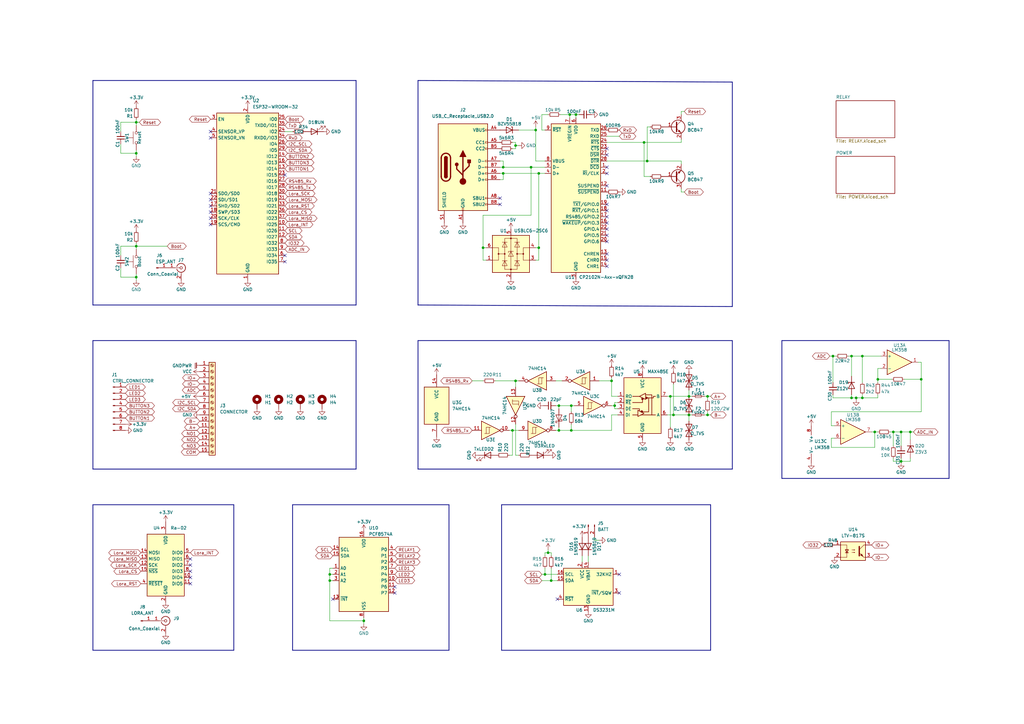
<source format=kicad_sch>
(kicad_sch (version 20211123) (generator eeschema)
  (paper "A3")
  (junction (at 351.155 163.195))
  (junction (at 233.68 46.99))
  (junction (at 210.185 176.53))
  (junction (at 265.43 66.04))
  (junction (at 206.375 68.58))
  (junction (at 274.955 162.56))
  (junction (at 349.25 163.195))
  (junction (at 360.045 155.575))
  (junction (at 234.315 176.53))
  (junction (at 229.235 166.37))
  (junction (at 373.38 177.165))
  (junction (at 236.22 46.99))
  (junction (at 206.375 71.12))
  (junction (at 353.695 146.05))
  (junction (at 353.695 163.195))
  (junction (at 55.88 100.965))
  (junction (at 234.315 166.37))
  (junction (at 290.195 162.56))
  (junction (at 220.98 101.6))
  (junction (at 55.88 50.165))
  (junction (at 135.255 238.125))
  (junction (at 264.16 58.42))
  (junction (at 55.88 113.665))
  (junction (at 219.71 53.34))
  (junction (at 220.98 71.12))
  (junction (at 224.79 226.695))
  (junction (at 211.455 59.69))
  (junction (at 198.12 101.6))
  (junction (at 217.805 68.58))
  (junction (at 250.825 156.21))
  (junction (at 341.63 146.05))
  (junction (at 276.225 170.18))
  (junction (at 135.255 235.585))
  (junction (at 149.225 254.635))
  (junction (at 290.195 170.18))
  (junction (at 366.395 177.165))
  (junction (at 282.575 162.56))
  (junction (at 226.06 238.125))
  (junction (at 282.575 170.18))
  (junction (at 349.25 146.05))
  (junction (at 55.88 62.865))
  (junction (at 377.825 155.575))
  (junction (at 229.235 176.53))
  (junction (at 223.52 235.585))
  (junction (at 358.775 177.165))
  (junction (at 211.455 156.21))
  (junction (at 369.57 177.165))
  (junction (at 252.095 166.37))
  (junction (at 369.57 189.23))
  (no_connect (at 161.925 243.205))
  (no_connect (at 161.925 240.665))
  (no_connect (at 254 243.205))
  (no_connect (at 228.6 245.745))
  (no_connect (at 248.92 99.06))
  (no_connect (at 248.92 109.22))
  (no_connect (at 248.92 106.68))
  (no_connect (at 248.92 104.14))
  (no_connect (at 248.92 96.52))
  (no_connect (at 248.92 93.98))
  (no_connect (at 248.92 91.44))
  (no_connect (at 248.92 88.9))
  (no_connect (at 248.92 86.36))
  (no_connect (at 205.105 81.28))
  (no_connect (at 86.36 56.515))
  (no_connect (at 136.525 245.745))
  (no_connect (at 116.84 107.315))
  (no_connect (at 116.84 71.755))
  (no_connect (at 248.92 68.58))
  (no_connect (at 248.92 71.12))
  (no_connect (at 248.92 83.82))
  (no_connect (at 248.92 76.2))
  (no_connect (at 248.92 60.96))
  (no_connect (at 248.92 63.5))
  (no_connect (at 205.105 83.82))
  (no_connect (at 86.36 53.975))
  (no_connect (at 116.84 104.775))
  (no_connect (at 86.36 79.375))
  (no_connect (at 86.36 81.915))
  (no_connect (at 86.36 84.455))
  (no_connect (at 86.36 86.995))
  (no_connect (at 86.36 89.535))
  (no_connect (at 86.36 92.075))
  (no_connect (at 254 235.585))
  (no_connect (at 78.105 231.775))
  (no_connect (at 78.105 234.315))
  (no_connect (at 78.105 236.855))
  (no_connect (at 78.105 239.395))
  (no_connect (at 78.105 229.235))
  (bus (pts (xy 95.885 207.01) (xy 95.885 266.7)))
  (bus (pts (xy 171.45 33.02) (xy 171.45 125.095)))
  (wire (pts (xy 360.045 155.575) (xy 360.045 151.13)))
  (wire (pts (xy 222.25 53.34) (xy 223.52 53.34)))
  (wire (pts (xy 205.105 68.58) (xy 206.375 68.58)))
  (bus (pts (xy 171.45 139.7) (xy 171.45 192.405)))
  (bus (pts (xy 146.05 125.095) (xy 38.1 125.095)))
  (wire (pts (xy 219.71 53.34) (xy 212.725 53.34)))
  (bus (pts (xy 120.015 207.01) (xy 120.015 266.7)))
  (wire (pts (xy 250.825 156.21) (xy 245.745 156.21)))
  (wire (pts (xy 290.195 163.83) (xy 290.195 162.56)))
  (wire (pts (xy 349.25 146.05) (xy 353.695 146.05)))
  (wire (pts (xy 217.805 68.58) (xy 223.52 68.58)))
  (wire (pts (xy 210.185 176.53) (xy 210.185 186.69)))
  (wire (pts (xy 266.7 52.07) (xy 265.43 52.07)))
  (wire (pts (xy 55.88 100.965) (xy 68.58 100.965)))
  (wire (pts (xy 340.995 168.91) (xy 377.825 168.91)))
  (wire (pts (xy 222.25 235.585) (xy 223.52 235.585)))
  (wire (pts (xy 55.88 50.165) (xy 49.53 50.165)))
  (wire (pts (xy 342.265 174.625) (xy 340.995 174.625)))
  (wire (pts (xy 340.36 146.05) (xy 341.63 146.05)))
  (wire (pts (xy 366.395 187.96) (xy 366.395 189.23)))
  (wire (pts (xy 234.315 173.99) (xy 234.315 176.53)))
  (wire (pts (xy 365.76 155.575) (xy 360.045 155.575)))
  (wire (pts (xy 211.455 60.96) (xy 210.185 60.96)))
  (wire (pts (xy 290.195 162.56) (xy 291.465 162.56)))
  (wire (pts (xy 211.455 158.75) (xy 211.455 156.21)))
  (wire (pts (xy 217.805 88.265) (xy 217.805 68.58)))
  (wire (pts (xy 220.98 101.6) (xy 220.98 106.68)))
  (wire (pts (xy 223.52 226.695) (xy 223.52 227.965)))
  (wire (pts (xy 273.685 162.56) (xy 274.955 162.56)))
  (wire (pts (xy 229.87 46.99) (xy 233.68 46.99)))
  (wire (pts (xy 243.84 220.345) (xy 243.84 221.615)))
  (wire (pts (xy 248.92 58.42) (xy 264.16 58.42)))
  (wire (pts (xy 229.235 176.53) (xy 234.315 176.53)))
  (wire (pts (xy 116.84 53.975) (xy 120.015 53.975)))
  (wire (pts (xy 353.695 146.05) (xy 361.315 146.05)))
  (wire (pts (xy 203.2 156.21) (xy 211.455 156.21)))
  (wire (pts (xy 227.965 156.21) (xy 230.505 156.21)))
  (wire (pts (xy 206.375 73.66) (xy 206.375 71.12)))
  (wire (pts (xy 349.25 154.305) (xy 349.25 146.05)))
  (bus (pts (xy 320.675 139.7) (xy 389.255 139.7)))
  (wire (pts (xy 340.995 179.705) (xy 340.995 183.515)))
  (wire (pts (xy 250.825 166.37) (xy 252.095 166.37)))
  (wire (pts (xy 282.575 162.56) (xy 274.955 162.56)))
  (wire (pts (xy 351.155 163.195) (xy 353.695 163.195)))
  (wire (pts (xy 226.06 227.965) (xy 226.06 226.695)))
  (wire (pts (xy 279.4 66.04) (xy 279.4 67.31)))
  (wire (pts (xy 349.25 163.195) (xy 351.155 163.195)))
  (wire (pts (xy 206.375 71.12) (xy 220.98 71.12)))
  (wire (pts (xy 222.25 238.125) (xy 226.06 238.125)))
  (bus (pts (xy 184.15 266.7) (xy 184.15 207.01)))
  (wire (pts (xy 224.79 46.99) (xy 222.25 46.99)))
  (wire (pts (xy 373.38 189.23) (xy 369.57 189.23)))
  (bus (pts (xy 38.1 33.02) (xy 38.1 125.095)))
  (wire (pts (xy 223.52 235.585) (xy 228.6 235.585)))
  (wire (pts (xy 238.76 227.965) (xy 238.76 230.505)))
  (wire (pts (xy 222.25 46.99) (xy 222.25 53.34)))
  (wire (pts (xy 211.455 59.69) (xy 212.725 59.69)))
  (bus (pts (xy 38.1 139.7) (xy 38.1 192.405)))
  (wire (pts (xy 253.365 162.56) (xy 250.825 162.56)))
  (wire (pts (xy 226.06 238.125) (xy 228.6 238.125)))
  (wire (pts (xy 290.195 170.18) (xy 291.465 170.18)))
  (wire (pts (xy 226.06 233.045) (xy 226.06 238.125)))
  (wire (pts (xy 276.225 170.18) (xy 276.225 157.48)))
  (wire (pts (xy 340.995 174.625) (xy 340.995 168.91)))
  (wire (pts (xy 373.38 177.165) (xy 369.57 177.165)))
  (wire (pts (xy 206.375 66.04) (xy 206.375 68.58)))
  (wire (pts (xy 149.225 254.635) (xy 149.225 255.905)))
  (wire (pts (xy 341.63 156.845) (xy 341.63 146.05)))
  (wire (pts (xy 206.375 68.58) (xy 217.805 68.58)))
  (wire (pts (xy 243.84 221.615) (xy 245.745 221.615)))
  (wire (pts (xy 377.825 148.59) (xy 376.555 148.59)))
  (wire (pts (xy 55.88 114.935) (xy 55.88 113.665)))
  (wire (pts (xy 219.71 52.07) (xy 219.71 53.34)))
  (bus (pts (xy 120.015 266.7) (xy 184.15 266.7)))
  (bus (pts (xy 120.015 207.01) (xy 184.15 207.01)))
  (wire (pts (xy 219.71 66.04) (xy 219.71 53.34)))
  (wire (pts (xy 369.57 177.165) (xy 366.395 177.165)))
  (wire (pts (xy 290.195 170.18) (xy 288.925 170.18)))
  (wire (pts (xy 236.22 46.99) (xy 237.49 46.99)))
  (wire (pts (xy 274.955 162.56) (xy 274.955 175.26)))
  (wire (pts (xy 360.045 163.195) (xy 360.045 161.925)))
  (wire (pts (xy 340.995 183.515) (xy 358.775 183.515)))
  (wire (pts (xy 229.235 175.26) (xy 229.235 176.53)))
  (wire (pts (xy 377.825 168.91) (xy 377.825 155.575)))
  (wire (pts (xy 264.16 72.39) (xy 264.16 58.42)))
  (wire (pts (xy 211.455 59.69) (xy 211.455 60.96)))
  (wire (pts (xy 205.105 73.66) (xy 206.375 73.66)))
  (wire (pts (xy 234.315 176.53) (xy 250.825 176.53)))
  (wire (pts (xy 55.88 100.965) (xy 49.53 100.965)))
  (wire (pts (xy 224.79 225.425) (xy 224.79 226.695)))
  (wire (pts (xy 226.06 226.695) (xy 224.79 226.695)))
  (wire (pts (xy 265.43 66.04) (xy 279.4 66.04)))
  (bus (pts (xy 95.885 266.7) (xy 38.1 266.7)))
  (wire (pts (xy 229.235 166.37) (xy 234.315 166.37)))
  (wire (pts (xy 233.68 46.99) (xy 236.22 46.99)))
  (bus (pts (xy 205.74 207.01) (xy 291.465 207.01)))
  (wire (pts (xy 360.045 151.13) (xy 361.315 151.13)))
  (wire (pts (xy 49.53 113.665) (xy 55.88 113.665)))
  (wire (pts (xy 264.16 58.42) (xy 279.4 58.42)))
  (wire (pts (xy 223.52 233.045) (xy 223.52 235.585)))
  (wire (pts (xy 369.57 187.96) (xy 369.57 189.23)))
  (wire (pts (xy 265.43 52.07) (xy 265.43 66.04)))
  (wire (pts (xy 250.825 154.94) (xy 250.825 156.21)))
  (wire (pts (xy 369.57 189.23) (xy 366.395 189.23)))
  (bus (pts (xy 146.05 192.405) (xy 38.1 192.405)))
  (wire (pts (xy 279.4 45.72) (xy 279.4 46.99)))
  (wire (pts (xy 205.105 66.04) (xy 206.375 66.04)))
  (wire (pts (xy 360.045 155.575) (xy 360.045 156.845)))
  (wire (pts (xy 135.255 233.045) (xy 135.255 235.585)))
  (wire (pts (xy 347.98 146.05) (xy 349.25 146.05)))
  (bus (pts (xy 320.675 139.7) (xy 320.675 196.215)))
  (wire (pts (xy 211.455 173.99) (xy 211.455 186.69)))
  (wire (pts (xy 234.315 168.91) (xy 234.315 166.37)))
  (wire (pts (xy 369.57 182.88) (xy 369.57 177.165)))
  (wire (pts (xy 198.12 101.6) (xy 198.12 88.265)))
  (bus (pts (xy 389.255 196.215) (xy 320.675 196.215)))
  (wire (pts (xy 135.255 235.585) (xy 136.525 235.585)))
  (wire (pts (xy 341.63 146.05) (xy 342.9 146.05)))
  (bus (pts (xy 389.255 139.7) (xy 389.255 196.215)))
  (wire (pts (xy 358.775 177.165) (xy 360.045 177.165)))
  (wire (pts (xy 279.4 58.42) (xy 279.4 57.15)))
  (wire (pts (xy 55.88 51.435) (xy 55.88 50.165)))
  (wire (pts (xy 198.12 88.265) (xy 217.805 88.265)))
  (bus (pts (xy 146.05 139.7) (xy 146.05 192.405)))
  (wire (pts (xy 55.88 50.165) (xy 57.15 50.165)))
  (wire (pts (xy 198.12 101.6) (xy 199.39 101.6)))
  (wire (pts (xy 342.265 179.705) (xy 340.995 179.705)))
  (wire (pts (xy 199.39 106.68) (xy 198.12 106.68)))
  (wire (pts (xy 149.225 254.635) (xy 149.225 253.365)))
  (wire (pts (xy 351.155 163.195) (xy 351.155 163.83)))
  (wire (pts (xy 136.525 233.045) (xy 135.255 233.045)))
  (wire (pts (xy 250.825 176.53) (xy 250.825 170.18)))
  (wire (pts (xy 49.53 59.055) (xy 49.53 62.865)))
  (wire (pts (xy 193.675 156.21) (xy 198.12 156.21)))
  (wire (pts (xy 208.915 176.53) (xy 210.185 176.53)))
  (bus (pts (xy 300.355 125.73) (xy 171.45 125.095)))
  (wire (pts (xy 252.095 165.1) (xy 252.095 166.37)))
  (wire (pts (xy 252.095 167.64) (xy 253.365 167.64)))
  (wire (pts (xy 55.88 62.865) (xy 55.88 61.595)))
  (bus (pts (xy 300.355 33.655) (xy 300.355 125.73)))
  (wire (pts (xy 279.4 78.74) (xy 279.4 77.47)))
  (wire (pts (xy 373.38 180.34) (xy 373.38 177.165)))
  (wire (pts (xy 234.315 166.37) (xy 235.585 166.37)))
  (wire (pts (xy 366.395 182.88) (xy 366.395 177.165)))
  (bus (pts (xy 146.05 33.02) (xy 146.05 125.095)))
  (wire (pts (xy 248.92 66.04) (xy 265.43 66.04)))
  (wire (pts (xy 227.965 166.37) (xy 229.235 166.37)))
  (wire (pts (xy 219.71 106.68) (xy 220.98 106.68)))
  (wire (pts (xy 210.185 176.53) (xy 212.725 176.53)))
  (bus (pts (xy 205.74 266.7) (xy 291.465 266.7)))
  (wire (pts (xy 369.57 189.23) (xy 369.57 189.865)))
  (wire (pts (xy 253.365 165.1) (xy 252.095 165.1)))
  (wire (pts (xy 49.53 109.855) (xy 49.53 113.665)))
  (wire (pts (xy 273.685 170.18) (xy 276.225 170.18)))
  (bus (pts (xy 300.355 192.405) (xy 171.45 192.405)))
  (wire (pts (xy 373.38 187.96) (xy 373.38 189.23)))
  (bus (pts (xy 205.74 207.01) (xy 205.74 266.7)))
  (wire (pts (xy 55.88 64.135) (xy 55.88 62.865)))
  (bus (pts (xy 38.1 207.01) (xy 38.1 266.7)))
  (wire (pts (xy 135.255 238.125) (xy 135.255 254.635)))
  (wire (pts (xy 220.98 71.12) (xy 223.52 71.12)))
  (wire (pts (xy 250.825 162.56) (xy 250.825 156.21)))
  (wire (pts (xy 241.3 227.965) (xy 241.3 230.505)))
  (wire (pts (xy 210.185 186.69) (xy 208.915 186.69)))
  (wire (pts (xy 349.25 161.925) (xy 349.25 163.195)))
  (wire (pts (xy 205.105 71.12) (xy 206.375 71.12)))
  (wire (pts (xy 55.88 113.665) (xy 55.88 112.395)))
  (bus (pts (xy 38.1 139.7) (xy 146.05 139.7)))
  (wire (pts (xy 55.88 48.895) (xy 55.88 50.165)))
  (wire (pts (xy 211.455 58.42) (xy 211.455 59.69)))
  (wire (pts (xy 353.695 163.195) (xy 360.045 163.195)))
  (wire (pts (xy 282.575 170.18) (xy 282.575 172.72)))
  (bus (pts (xy 291.465 266.7) (xy 291.465 207.01)))
  (wire (pts (xy 358.775 177.165) (xy 357.505 177.165)))
  (wire (pts (xy 377.825 155.575) (xy 377.825 148.59)))
  (wire (pts (xy 280.67 45.72) (xy 279.4 45.72)))
  (wire (pts (xy 253.365 170.18) (xy 250.825 170.18)))
  (wire (pts (xy 135.255 254.635) (xy 149.225 254.635)))
  (bus (pts (xy 171.45 33.02) (xy 300.355 33.655)))
  (bus (pts (xy 171.45 139.7) (xy 300.355 139.7)))
  (bus (pts (xy 300.355 139.7) (xy 300.355 192.405)))
  (wire (pts (xy 220.98 71.12) (xy 220.98 101.6)))
  (wire (pts (xy 49.53 53.975) (xy 49.53 50.165)))
  (wire (pts (xy 135.255 238.125) (xy 136.525 238.125)))
  (wire (pts (xy 49.53 62.865) (xy 55.88 62.865)))
  (wire (pts (xy 373.38 177.165) (xy 374.65 177.165)))
  (wire (pts (xy 358.775 183.515) (xy 358.775 177.165)))
  (wire (pts (xy 370.84 155.575) (xy 377.825 155.575)))
  (wire (pts (xy 55.88 102.235) (xy 55.88 100.965)))
  (wire (pts (xy 248.92 55.88) (xy 254 55.88)))
  (wire (pts (xy 211.455 156.21) (xy 212.725 156.21)))
  (wire (pts (xy 341.63 161.925) (xy 341.63 163.195)))
  (wire (pts (xy 198.12 106.68) (xy 198.12 101.6)))
  (wire (pts (xy 55.88 99.695) (xy 55.88 100.965)))
  (wire (pts (xy 224.79 226.695) (xy 223.52 226.695)))
  (wire (pts (xy 283.845 170.18) (xy 282.575 170.18)))
  (bus (pts (xy 38.1 33.02) (xy 146.05 33.02)))
  (wire (pts (xy 282.575 170.18) (xy 276.225 170.18)))
  (wire (pts (xy 229.235 167.64) (xy 229.235 166.37)))
  (wire (pts (xy 220.98 101.6) (xy 219.71 101.6)))
  (wire (pts (xy 236.22 46.99) (xy 236.22 48.26)))
  (wire (pts (xy 233.68 48.26) (xy 233.68 46.99)))
  (wire (pts (xy 252.095 166.37) (xy 252.095 167.64)))
  (wire (pts (xy 290.195 168.91) (xy 290.195 170.18)))
  (wire (pts (xy 266.7 72.39) (xy 264.16 72.39)))
  (bus (pts (xy 38.1 207.01) (xy 95.885 207.01)))
  (wire (pts (xy 290.195 162.56) (xy 288.925 162.56)))
  (wire (pts (xy 353.695 156.845) (xy 353.695 146.05)))
  (wire (pts (xy 282.575 160.02) (xy 282.575 162.56)))
  (wire (pts (xy 135.255 235.585) (xy 135.255 238.125)))
  (wire (pts (xy 49.53 104.775) (xy 49.53 100.965)))
  (wire (pts (xy 280.67 78.74) (xy 279.4 78.74)))
  (wire (pts (xy 211.455 186.69) (xy 212.725 186.69)))
  (wire (pts (xy 366.395 177.165) (xy 365.125 177.165)))
  (wire (pts (xy 283.845 162.56) (xy 282.575 162.56)))
  (wire (pts (xy 353.695 161.925) (xy 353.695 163.195)))
  (wire (pts (xy 210.185 58.42) (xy 211.455 58.42)))
  (wire (pts (xy 223.52 66.04) (xy 219.71 66.04)))
  (wire (pts (xy 227.965 176.53) (xy 229.235 176.53)))
  (wire (pts (xy 341.63 163.195) (xy 349.25 163.195)))
  (global_label "BUTTON1" (shape bidirectional) (at 116.84 69.215 0) (property "Intersheet References" "${INTERSHEET_REFS}" (effects hide)))
  (global_label "NO1" (shape bidirectional) (at 81.915 177.8 180) (property "Intersheet References" "${INTERSHEET_REFS}" (effects hide)))
  (global_label "IO+" (shape bidirectional) (at 81.915 154.94 180) (property "Intersheet References" "${INTERSHEET_REFS}" (effects hide)))
  (global_label "IO32" (shape bidirectional) (at 337.185 223.52 180) (property "Intersheet References" "${INTERSHEET_REFS}" (effects hide)))
  (global_label "BUTTON2" (shape bidirectional) (at 51.435 168.91 0) (property "Intersheet References" "${INTERSHEET_REFS}" (effects hide)))
  (global_label "RELAY2" (shape bidirectional) (at 161.925 227.965 0) (property "Intersheet References" "${INTERSHEET_REFS}" (effects hide)))
  (global_label "LED3" (shape bidirectional) (at 161.925 238.125 0) (property "Intersheet References" "${INTERSHEET_REFS}" (effects hide)))
  (global_label "RS485_Rx" (shape bidirectional) (at 193.675 156.21 180) (property "Intersheet References" "${INTERSHEET_REFS}" (effects hide)))
  (global_label "SDA" (shape bidirectional) (at 136.525 227.965 180) (property "Intersheet References" "${INTERSHEET_REFS}" (effects hide)))
  (global_label "Lora_MISO" (shape bidirectional) (at 116.84 89.535 0) (property "Intersheet References" "${INTERSHEET_REFS}" (effects hide)))
  (global_label "Lora_CS" (shape bidirectional) (at 116.84 86.995 0) (property "Intersheet References" "${INTERSHEET_REFS}" (effects hide)))
  (global_label "I2C_SCL" (shape bidirectional) (at 116.84 59.055 0) (property "Intersheet References" "${INTERSHEET_REFS}" (effects hide)))
  (global_label "IO-" (shape bidirectional) (at 81.915 157.48 180) (property "Intersheet References" "${INTERSHEET_REFS}" (effects hide)))
  (global_label "Lora_SCK" (shape bidirectional) (at 116.84 79.375 0) (property "Intersheet References" "${INTERSHEET_REFS}" (effects hide)))
  (global_label "BUTTON2" (shape bidirectional) (at 116.84 64.135 0) (property "Intersheet References" "${INTERSHEET_REFS}" (effects hide)))
  (global_label "RS485_Tx" (shape bidirectional) (at 193.675 176.53 180) (property "Intersheet References" "${INTERSHEET_REFS}" (effects hide)))
  (global_label "SCL" (shape bidirectional) (at 116.84 94.615 0) (property "Intersheet References" "${INTERSHEET_REFS}" (effects hide)))
  (global_label "IO32" (shape bidirectional) (at 116.84 99.695 0) (property "Intersheet References" "${INTERSHEET_REFS}" (effects hide)))
  (global_label "COM" (shape bidirectional) (at 81.915 185.42 180) (property "Intersheet References" "${INTERSHEET_REFS}" (effects hide)))
  (global_label "NO3" (shape bidirectional) (at 81.915 182.88 180) (property "Intersheet References" "${INTERSHEET_REFS}" (effects hide)))
  (global_label "RxD" (shape bidirectional) (at 116.84 56.515 0) (property "Intersheet References" "${INTERSHEET_REFS}" (effects hide)))
  (global_label "NO2" (shape bidirectional) (at 81.915 180.34 180) (property "Intersheet References" "${INTERSHEET_REFS}" (effects hide)))
  (global_label "Boot" (shape bidirectional) (at 280.67 78.74 0) (property "Intersheet References" "${INTERSHEET_REFS}" (effects hide)))
  (global_label "Reset" (shape bidirectional) (at 86.36 48.895 180) (property "Intersheet References" "${INTERSHEET_REFS}" (effects hide)))
  (global_label "IO-" (shape bidirectional) (at 357.505 228.6 0) (property "Intersheet References" "${INTERSHEET_REFS}" (effects hide)))
  (global_label "Lora_MOSI" (shape bidirectional) (at 116.84 81.915 0) (property "Intersheet References" "${INTERSHEET_REFS}" (effects hide)))
  (global_label "Reset" (shape bidirectional) (at 280.67 45.72 0) (property "Intersheet References" "${INTERSHEET_REFS}" (effects hide)))
  (global_label "TxD" (shape bidirectional) (at 254 55.88 0) (property "Intersheet References" "${INTERSHEET_REFS}" (effects hide)))
  (global_label "I2C_SCL" (shape bidirectional) (at 81.915 165.1 180) (property "Intersheet References" "${INTERSHEET_REFS}" (effects hide)))
  (global_label "Lora_SCK" (shape bidirectional) (at 57.785 231.775 180) (property "Intersheet References" "${INTERSHEET_REFS}" (effects hide)))
  (global_label "A+" (shape bidirectional) (at 81.915 175.26 180) (property "Intersheet References" "${INTERSHEET_REFS}" (effects hide)))
  (global_label "Lora_CS" (shape bidirectional) (at 57.785 234.315 180) (property "Intersheet References" "${INTERSHEET_REFS}" (effects hide)))
  (global_label "TxD" (shape bidirectional) (at 116.84 51.435 0) (property "Intersheet References" "${INTERSHEET_REFS}" (effects hide)))
  (global_label "Lora_INT" (shape bidirectional) (at 116.84 92.075 0) (property "Intersheet References" "${INTERSHEET_REFS}" (effects hide)))
  (global_label "ADC_IN" (shape bidirectional) (at 116.84 102.235 0) (property "Intersheet References" "${INTERSHEET_REFS}" (effects hide)))
  (global_label "RS485_Tx" (shape bidirectional) (at 116.84 76.835 0) (property "Intersheet References" "${INTERSHEET_REFS}" (effects hide)))
  (global_label "A+" (shape bidirectional) (at 291.465 162.56 0) (property "Intersheet References" "${INTERSHEET_REFS}" (effects hide)))
  (global_label "RELAY1" (shape bidirectional) (at 161.925 225.425 0) (property "Intersheet References" "${INTERSHEET_REFS}" (effects hide)))
  (global_label "LED3" (shape bidirectional) (at 51.435 163.83 0) (property "Intersheet References" "${INTERSHEET_REFS}" (effects hide)))
  (global_label "RELAY3" (shape bidirectional) (at 161.925 230.505 0) (property "Intersheet References" "${INTERSHEET_REFS}" (effects hide)))
  (global_label "ADC" (shape bidirectional) (at 81.915 160.02 180) (property "Intersheet References" "${INTERSHEET_REFS}" (effects hide)))
  (global_label "ADC" (shape bidirectional) (at 340.36 146.05 180) (property "Intersheet References" "${INTERSHEET_REFS}" (effects hide)))
  (global_label "BUTTON3" (shape bidirectional) (at 51.435 166.37 0) (property "Intersheet References" "${INTERSHEET_REFS}" (effects hide)))
  (global_label "Boot" (shape bidirectional) (at 116.84 48.895 0) (property "Intersheet References" "${INTERSHEET_REFS}" (effects hide)))
  (global_label "SDA" (shape bidirectional) (at 222.25 238.125 180) (property "Intersheet References" "${INTERSHEET_REFS}" (effects hide)))
  (global_label "LED2" (shape bidirectional) (at 51.435 161.29 0) (property "Intersheet References" "${INTERSHEET_REFS}" (effects hide)))
  (global_label "LED1" (shape bidirectional) (at 161.925 233.045 0) (property "Intersheet References" "${INTERSHEET_REFS}" (effects hide)))
  (global_label "Reset" (shape bidirectional) (at 57.15 50.165 0) (property "Intersheet References" "${INTERSHEET_REFS}" (effects hide)))
  (global_label "I2C_SDA" (shape bidirectional) (at 81.915 167.64 180) (property "Intersheet References" "${INTERSHEET_REFS}" (effects hide)))
  (global_label "B-" (shape bidirectional) (at 291.465 170.18 0) (property "Intersheet References" "${INTERSHEET_REFS}" (effects hide)))
  (global_label "IO+" (shape bidirectional) (at 357.505 223.52 0) (property "Intersheet References" "${INTERSHEET_REFS}" (effects hide)))
  (global_label "Lora_MISO" (shape bidirectional) (at 57.785 229.235 180) (property "Intersheet References" "${INTERSHEET_REFS}" (effects hide)))
  (global_label "Lora_MOSI" (shape bidirectional) (at 57.785 226.695 180) (property "Intersheet References" "${INTERSHEET_REFS}" (effects hide)))
  (global_label "Lora_INT" (shape bidirectional) (at 78.105 226.695 0) (property "Intersheet References" "${INTERSHEET_REFS}" (effects hide)))
  (global_label "SDA" (shape bidirectional) (at 116.84 97.155 0) (property "Intersheet References" "${INTERSHEET_REFS}" (effects hide)))
  (global_label "LED1" (shape bidirectional) (at 51.435 158.75 0) (property "Intersheet References" "${INTERSHEET_REFS}" (effects hide)))
  (global_label "RxD" (shape bidirectional) (at 254 53.34 0) (property "Intersheet References" "${INTERSHEET_REFS}" (effects hide)))
  (global_label "BUTTON1" (shape bidirectional) (at 51.435 171.45 0) (property "Intersheet References" "${INTERSHEET_REFS}" (effects hide)))
  (global_label "ADC_IN" (shape bidirectional) (at 374.65 177.165 0) (property "Intersheet References" "${INTERSHEET_REFS}" (effects hide)))
  (global_label "SCL" (shape bidirectional) (at 136.525 225.425 180) (property "Intersheet References" "${INTERSHEET_REFS}" (effects hide)))
  (global_label "LED2" (shape bidirectional) (at 161.925 235.585 0) (property "Intersheet References" "${INTERSHEET_REFS}" (effects hide)))
  (global_label "SCL" (shape bidirectional) (at 222.25 235.585 180) (property "Intersheet References" "${INTERSHEET_REFS}" (effects hide)))
  (global_label "I2C_SDA" (shape bidirectional) (at 116.84 61.595 0) (property "Intersheet References" "${INTERSHEET_REFS}" (effects hide)))
  (global_label "B-" (shape bidirectional) (at 81.915 172.72 180) (property "Intersheet References" "${INTERSHEET_REFS}" (effects hide)))
  (global_label "Lora_RST" (shape bidirectional) (at 57.785 239.395 180) (property "Intersheet References" "${INTERSHEET_REFS}" (effects hide)))
  (global_label "Lora_RST" (shape bidirectional) (at 116.84 84.455 0) (property "Intersheet References" "${INTERSHEET_REFS}" (effects hide)))
  (global_label "BUTTON3" (shape bidirectional) (at 116.84 66.675 0) (property "Intersheet References" "${INTERSHEET_REFS}" (effects hide)))
  (global_label "RS485_Rx" (shape bidirectional) (at 116.84 74.295 0) (property "Intersheet References" "${INTERSHEET_REFS}" (effects hide)))
  (global_label "Boot" (shape bidirectional) (at 68.58 100.965 0) (property "Intersheet References" "${INTERSHEET_REFS}" (effects hide)))
  (symbol (lib_id "power:GND") (at 242.57 46.99 90) (unit 1)
    (property "Reference" "#PWR08" (effects hide))
    (property "Value" "GND" (at 247.65 46.99 90))
  )
  (symbol (lib_id "power:GND") (at 236.22 114.3 0) (unit 1)
    (property "Reference" "#PWR07" (effects hide))
    (property "Value" "GND" (at 236.22 118.11 0))
  )
  (symbol (lib_id "Device:C_Small") (at 225.425 166.37 90) (unit 1)
    (property "Reference" "C20" (at 224.155 163.83 90) (effects (justify left)))
    (property "Value" "22pF" (at 230.505 163.83 90) (effects (justify left)))
    (property "Footprint" "Capacitor_SMD:C_0603_1608Metric" (effects hide))
  )
  (symbol (lib_id "power:GND") (at 149.225 255.905 0) (unit 1)
    (property "Reference" "#PWR0180" (effects hide))
    (property "Value" "GND" (at 149.225 259.715 0))
  )
  (symbol (lib_id "Device:C_Small") (at 341.63 159.385 180) (unit 1)
    (property "Reference" "C30" (at 340.36 160.655 90) (effects (justify left)))
    (property "Value" "100nF" (at 340.36 151.765 90) (effects (justify left)))
    (property "Footprint" "Capacitor_SMD:C_0603_1608Metric" (effects hide))
  )
  (symbol (lib_id "Amplifier_Operational:LM358") (at 335.28 182.245 0) (unit 3)
    (property "Reference" "U13" (at 334.01 180.9749 0) (effects (justify left)))
    (property "Value" "LM358" (at 334.01 183.5149 0) (effects (justify left)))
    (property "Footprint" "Package_SO:SOIC-8_3.9x4.9mm_P1.27mm" (effects hide))
    (property "Datasheet" "http://www.ti.com/lit/ds/symlink/lm2904-n.pdf" (effects hide))
  )
  (symbol (lib_id "power:GND") (at 254 78.74 90) (unit 1)
    (property "Reference" "#PWR09" (effects hide))
    (property "Value" "GND" (at 259.08 78.74 90))
  )
  (symbol (lib_id "Transistor_BJT:BC847") (at 276.86 72.39 0) (mirror x) (unit 1)
    (property "Reference" "Q5" (at 281.94 71.1199 0) (effects (justify left)))
    (property "Value" "BC847" (at 281.94 73.6599 0) (effects (justify left)))
    (property "Footprint" "Package_TO_SOT_SMD:SOT-23" (effects hide))
    (property "Datasheet" "http://www.infineon.com/dgdl/Infineon-BC847SERIES_BC848SERIES_BC849SERIES_BC850SERIES-DS-v01_01-en.pdf?fileId=db3a304314dca389011541d4630a1657" (effects hide))
  )
  (symbol (lib_id "power:GND") (at 212.725 59.69 90) (unit 1)
    (property "Reference" "#PWR05" (effects hide))
    (property "Value" "GND" (at 217.805 59.69 90))
  )
  (symbol (lib_id "Isolator:LTV-817S") (at 349.885 226.06 0) (unit 1)
    (property "Reference" "U14" (at 349.885 217.17 0))
    (property "Value" "LTV-817S" (at 349.885 219.71 0))
    (property "Footprint" "Package_DIP:SMDIP-4_W9.53mm" (effects hide))
    (property "Datasheet" "http://www.us.liteon.com/downloads/LTV-817-827-847.PDF" (effects hide))
  )
  (symbol (lib_id "Device:R_Small") (at 223.52 230.505 0) (mirror y) (unit 1)
    (property "Reference" "R15" (at 222.25 229.235 0) (effects (justify left)))
    (property "Value" "4k7" (at 222.25 231.775 0) (effects (justify left)))
    (property "Footprint" "Resistor_SMD:R_0603_1608Metric" (effects hide))
  )
  (symbol (lib_id "power:+5V") (at 250.825 149.86 0) (unit 1)
    (property "Reference" "#PWR0138" (effects hide))
    (property "Value" "+5V" (at 250.825 146.05 0))
  )
  (symbol (lib_id "Switch:SW_Push") (at 55.88 56.515 90) (unit 1)
    (property "Reference" "SW1" (at 52.07 56.515 0))
    (property "Value" "Reset" (at 57.15 56.515 0))
    (property "Footprint" "Button_Switch_SMD:SW_SPST_CK_RS282G05A3" (effects hide))
  )
  (symbol (lib_id "Device:R_Small") (at 274.955 177.8 0) (unit 1)
    (property "Reference" "R17" (at 276.225 176.53 0) (effects (justify left)))
    (property "Value" "4k7" (at 276.225 179.07 0) (effects (justify left)))
    (property "Footprint" "Resistor_SMD:R_0603_1608Metric" (effects hide))
  )
  (symbol (lib_id "Interface_USB:CP2102N-Axx-xQFN28") (at 236.22 81.28 0) (unit 1)
    (property "Reference" "U11" (at 231.775 113.665 0) (effects (justify left)))
    (property "Value" "CP2102N-Axx-xQFN28" (at 237.49 113.665 0) (effects (justify left)))
    (property "Footprint" "Package_DFN_QFN:QFN-28-1EP_5x5mm_P0.5mm_EP3.35x3.35mm" (effects hide))
    (property "Datasheet" "https://www.silabs.com/documents/public/data-sheets/cp2102n-datasheet.pdf" (effects hide))
  )
  (symbol (lib_id "power:GND") (at 222.885 166.37 270) (unit 1)
    (property "Reference" "#PWR0141" (effects hide))
    (property "Value" "GND" (at 217.805 166.37 90))
  )
  (symbol (lib_id "power:GND") (at 245.745 221.615 90) (unit 1)
    (property "Reference" "#PWR0135" (effects hide))
    (property "Value" "GND" (at 250.825 221.615 90))
  )
  (symbol (lib_id "power:+3.3V") (at 67.945 213.995 0) (unit 1)
    (property "Reference" "#PWR0139" (effects hide))
    (property "Value" "+3.3V" (at 67.945 210.185 0))
  )
  (symbol (lib_id "Device:LED") (at 221.615 186.69 180) (unit 1)
    (property "Reference" "D3" (at 219.075 182.88 0) (effects (justify right)))
    (property "Value" "RxLED" (at 221.615 182.88 0) (effects (justify right)))
    (property "Footprint" "LED_SMD:LED_0603_1608Metric" (effects hide))
  )
  (symbol (lib_id "Device:Fuse_Small") (at 286.385 162.56 0) (unit 1)
    (property "Reference" "F1" (at 286.385 160.02 0))
    (property "Value" "Fuse1" (at 286.385 161.29 0))
    (property "Footprint" "Fuse:Fuse_2512_6332Metric" (effects hide))
  )
  (symbol (lib_id "74xx:74HC14") (at 238.125 156.21 180) (unit 1)
    (property "Reference" "U3" (at 238.125 152.4 0))
    (property "Value" "74HC14" (at 238.125 161.29 0))
    (property "Footprint" "Package_SO:SOIC-14_3.9x8.7mm_P1.27mm" (effects hide))
    (property "Datasheet" "http://www.ti.com/lit/gpn/sn74HC14" (effects hide))
  )
  (symbol (lib_id "power:GND") (at 351.155 163.83 0) (unit 1)
    (property "Reference" "#PWR0115" (effects hide))
    (property "Value" "GND" (at 351.155 167.64 0))
  )
  (symbol (lib_id "power:+5V") (at 332.74 174.625 0) (unit 1)
    (property "Reference" "#PWR0111" (effects hide))
    (property "Value" "+5V" (at 332.74 170.815 0))
  )
  (symbol (lib_id "74xx:74HC14") (at 179.07 166.37 0) (unit 7)
    (property "Reference" "U3" (at 185.42 165.0999 0) (effects (justify left)))
    (property "Value" "74HC14" (at 185.42 167.6399 0) (effects (justify left)))
    (property "Footprint" "Package_SO:SOIC-14_3.9x8.7mm_P1.27mm" (effects hide))
    (property "Datasheet" "http://www.ti.com/lit/gpn/sn74HC14" (effects hide))
  )
  (symbol (lib_id "Device:LED") (at 128.905 53.975 180) (unit 1)
    (property "Reference" "D15" (at 126.365 50.165 0) (effects (justify right)))
    (property "Value" "RUN" (at 128.905 50.165 0) (effects (justify right)))
    (property "Footprint" "LED_SMD:LED_0603_1608Metric" (effects hide))
  )
  (symbol (lib_id "power:+5V") (at 209.55 93.98 0) (unit 1)
    (property "Reference" "#PWR03" (effects hide))
    (property "Value" "+5V" (at 209.55 90.17 0))
  )
  (symbol (lib_id "Device:R_Small") (at 207.645 58.42 90) (unit 1)
    (property "Reference" "R3" (at 210.82 56.515 90) (effects (justify left)))
    (property "Value" "5k6" (at 208.28 56.515 90) (effects (justify left)))
    (property "Footprint" "Resistor_SMD:R_0603_1608Metric" (effects hide))
  )
  (symbol (lib_id "power:GNDPWR") (at 81.915 149.86 270) (mirror x) (unit 1)
    (property "Reference" "#PWR0102" (effects hide))
    (property "Value" "GNDPWR" (at 78.74 149.9871 90) (effects (justify right)))
  )
  (symbol (lib_id "power:+5V") (at 219.71 52.07 0) (unit 1)
    (property "Reference" "#PWR06" (effects hide))
    (property "Value" "+5V" (at 219.71 48.26 0))
  )
  (symbol (lib_id "power:GND") (at 67.945 259.715 0) (unit 1)
    (property "Reference" "#PWR0174" (effects hide))
    (property "Value" "GND" (at 67.945 263.525 0))
  )
  (symbol (lib_id "Device:R_Small") (at 122.555 53.975 90) (unit 1)
    (property "Reference" "R34" (at 126.365 52.07 90) (effects (justify left)))
    (property "Value" "100" (at 124.46 53.975 90) (effects (justify left)))
    (property "Footprint" "Resistor_SMD:R_0603_1608Metric" (effects hide))
  )
  (symbol (lib_id "Device:R_Small") (at 362.585 177.165 90) (mirror x) (unit 1)
    (property "Reference" "R45" (at 365.76 179.07 90) (effects (justify left)))
    (property "Value" "100" (at 363.22 179.07 90) (effects (justify left)))
    (property "Footprint" "Resistor_SMD:R_0603_1608Metric" (effects hide))
  )
  (symbol (lib_id "Device:C_Small") (at 49.53 56.515 180) (unit 1)
    (property "Reference" "C1" (at 48.26 57.785 90) (effects (justify left)))
    (property "Value" "100nF" (at 48.26 48.895 90) (effects (justify left)))
    (property "Footprint" "Capacitor_SMD:C_0603_1608Metric" (effects hide))
  )
  (symbol (lib_id "Device:R_Small") (at 215.265 186.69 270) (unit 1)
    (property "Reference" "R12" (at 216.535 182.88 0) (effects (justify left)))
    (property "Value" "220" (at 213.995 181.61 0) (effects (justify left)))
    (property "Footprint" "Resistor_SMD:R_0603_1608Metric" (effects hide))
  )
  (symbol (lib_id "Device:D_TVS") (at 282.575 156.21 270) (mirror x) (unit 1)
    (property "Reference" "D5" (at 286.385 154.94 90) (effects (justify right)))
    (property "Value" "D_TVS" (at 288.925 157.48 90) (effects (justify right)))
    (property "Footprint" "Diode_SMD:D_SMA" (effects hide))
  )
  (symbol (lib_id "power:GND") (at 369.57 189.865 0) (unit 1)
    (property "Reference" "#PWR0114" (effects hide))
    (property "Value" "GND" (at 369.57 193.675 0))
  )
  (symbol (lib_id "Mechanical:MountingHole_Pad") (at 132.08 165.1 0) (unit 1)
    (property "Reference" "H4" (at 135.255 162.5599 0) (effects (justify left)))
    (property "Value" "H4" (at 135.255 165.0999 0) (effects (justify left)))
    (property "Footprint" "MountingHole:MountingHole_3.2mm_M3_Pad_Via" (effects hide))
  )
  (symbol (lib_id "Mechanical:MountingHole_Pad") (at 105.41 165.1 0) (unit 1)
    (property "Reference" "H1" (at 108.585 162.5599 0) (effects (justify left)))
    (property "Value" "H1" (at 108.585 165.0999 0) (effects (justify left)))
    (property "Footprint" "MountingHole:MountingHole_3.2mm_M3_Pad_Via" (effects hide))
  )
  (symbol (lib_id "Device:R_Small") (at 206.375 186.69 90) (unit 1)
    (property "Reference" "R10" (at 205.105 185.42 0) (effects (justify left)))
    (property "Value" "220" (at 207.645 185.42 0) (effects (justify left)))
    (property "Footprint" "Resistor_SMD:R_0603_1608Metric" (effects hide))
  )
  (symbol (lib_id "Device:R_Small") (at 276.225 154.94 0) (unit 1)
    (property "Reference" "R18" (at 277.495 153.67 0) (effects (justify left)))
    (property "Value" "4k7" (at 277.495 156.21 0) (effects (justify left)))
    (property "Footprint" "Resistor_SMD:R_0603_1608Metric" (effects hide))
  )
  (symbol (lib_id "74xx:74HC14") (at 201.295 176.53 0) (unit 5)
    (property "Reference" "U3" (at 201.295 180.34 0))
    (property "Value" "74HC14" (at 201.295 171.45 0))
    (property "Footprint" "Package_SO:SOIC-14_3.9x8.7mm_P1.27mm" (effects hide))
    (property "Datasheet" "http://www.ti.com/lit/gpn/sn74HC14" (effects hide))
  )
  (symbol (lib_id "Device:D_TVS") (at 282.575 166.37 90) (unit 1)
    (property "Reference" "D6" (at 278.765 165.1 90) (effects (justify right)))
    (property "Value" "D_TVS" (at 276.225 167.64 90) (effects (justify right)))
    (property "Footprint" "Diode_SMD:D_SMA" (effects hide))
  )
  (symbol (lib_id "power:GND") (at 274.955 180.34 0) (unit 1)
    (property "Reference" "#PWR0143" (effects hide))
    (property "Value" "GND" (at 274.955 184.15 0))
  )
  (symbol (lib_id "Diode:1N4148W") (at 241.3 224.155 270) (mirror x) (unit 1)
    (property "Reference" "D17" (at 245.745 224.155 0))
    (property "Value" "1N5819" (at 243.84 224.155 0))
    (property "Footprint" "Diode_SMD:D_SOD-123" (effects hide))
    (property "Datasheet" "https://www.vishay.com/docs/85748/1n4148w.pdf" (effects hide))
  )
  (symbol (lib_id "power:+5V") (at 179.07 153.67 0) (unit 1)
    (property "Reference" "#PWR0155" (effects hide))
    (property "Value" "+5V" (at 179.07 149.86 0))
  )
  (symbol (lib_id "power:+3.3V") (at 51.435 173.99 270) (unit 1)
    (property "Reference" "#PWR0128" (effects hide))
    (property "Value" "+3.3V" (at 57.15 173.99 90))
  )
  (symbol (lib_id "Device:R_Small") (at 251.46 53.34 90) (unit 1)
    (property "Reference" "R6" (at 254.635 51.435 90) (effects (justify left)))
    (property "Value" "100" (at 252.095 51.435 90) (effects (justify left)))
    (property "Footprint" "Resistor_SMD:R_0603_1608Metric" (effects hide))
  )
  (symbol (lib_id "power:GND") (at 332.74 189.865 0) (unit 1)
    (property "Reference" "#PWR0110" (effects hide))
    (property "Value" "GND" (at 332.74 193.675 0))
  )
  (symbol (lib_id "power:GND") (at 67.945 247.015 0) (unit 1)
    (property "Reference" "#PWR0137" (effects hide))
    (property "Value" "GND" (at 67.945 250.825 0))
  )
  (symbol (lib_id "Interface_UART:MAX485E") (at 263.525 165.1 0) (unit 1)
    (property "Reference" "U5" (at 259.715 152.4 0) (effects (justify left)))
    (property "Value" "MAX485E" (at 265.5444 152.4 0) (effects (justify left)))
    (property "Footprint" "Package_SO:SOIC-8_3.9x4.9mm_P1.27mm" (effects hide))
    (property "Datasheet" "https://datasheets.maximintegrated.com/en/ds/MAX1487E-MAX491E.pdf" (effects hide))
  )
  (symbol (lib_id "Device:C_Small") (at 49.53 107.315 180) (unit 1)
    (property "Reference" "C2" (at 48.26 108.585 90) (effects (justify left)))
    (property "Value" "100nF" (at 48.26 99.695 90) (effects (justify left)))
    (property "Footprint" "Capacitor_SMD:C_0603_1608Metric" (effects hide))
  )
  (symbol (lib_id "power:+3.3V") (at 55.88 94.615 0) (unit 1)
    (property "Reference" "#PWR0126" (effects hide))
    (property "Value" "+3.3V" (at 55.88 90.805 0))
  )
  (symbol (lib_id "power:GND") (at 81.915 170.18 270) (unit 1)
    (property "Reference" "#PWR0151" (effects hide))
    (property "Value" "GND" (at 76.835 170.18 90))
  )
  (symbol (lib_id "power:+3.3V") (at 149.225 217.805 0) (unit 1)
    (property "Reference" "#PWR0179" (effects hide))
    (property "Value" "+3.3V" (at 149.225 213.995 0))
  )
  (symbol (lib_id "Amplifier_Operational:LM358") (at 368.935 148.59 0) (unit 1)
    (property "Reference" "U13" (at 368.935 141.605 0))
    (property "Value" "LM358" (at 368.935 143.51 0))
    (property "Footprint" "Package_SO:SOIC-8_3.9x4.9mm_P1.27mm" (effects hide))
    (property "Datasheet" "http://www.ti.com/lit/ds/symlink/lm2904-n.pdf" (effects hide))
  )
  (symbol (lib_id "power:+3.3V") (at 224.79 225.425 0) (unit 1)
    (property "Reference" "#PWR0133" (effects hide))
    (property "Value" "+3.3V" (at 224.79 221.615 0))
  )
  (symbol (lib_id "Device:R_Small") (at 345.44 146.05 90) (mirror x) (unit 1)
    (property "Reference" "R42" (at 348.615 147.955 90) (effects (justify left)))
    (property "Value" "22k" (at 346.075 147.955 90) (effects (justify left)))
    (property "Footprint" "Resistor_SMD:R_0603_1608Metric" (effects hide))
  )
  (symbol (lib_id "Device:LED") (at 200.025 186.69 0) (unit 1)
    (property "Reference" "D2" (at 202.565 184.15 0) (effects (justify right)))
    (property "Value" "TxLED" (at 200.025 184.15 0) (effects (justify right)))
    (property "Footprint" "LED_SMD:LED_0603_1608Metric" (effects hide))
  )
  (symbol (lib_id "power:GND") (at 114.3 167.64 0) (unit 1)
    (property "Reference" "#PWR0171" (effects hide))
    (property "Value" "GND" (at 114.3 171.45 0))
  )
  (symbol (lib_id "Connector:Conn_Coaxial") (at 67.945 254.635 0) (unit 1)
    (property "Reference" "J9" (at 71.12 253.6581 0) (effects (justify left)))
    (property "Value" "Conn_Coaxial" (at 52.705 257.81 0) (effects (justify left)))
    (property "Footprint" "Connector_Coaxial:SMA_Amphenol_901-143_Horizontal" (effects hide))
    (property "Datasheet" " ~" (effects hide))
  )
  (symbol (lib_id "Transistor_BJT:BC847") (at 276.86 52.07 0) (unit 1)
    (property "Reference" "Q4" (at 281.94 50.7999 0) (effects (justify left)))
    (property "Value" "BC847" (at 281.94 53.3399 0) (effects (justify left)))
    (property "Footprint" "Package_TO_SOT_SMD:SOT-23" (effects hide))
    (property "Datasheet" "http://www.infineon.com/dgdl/Infineon-BC847SERIES_BC848SERIES_BC849SERIES_BC850SERIES-DS-v01_01-en.pdf?fileId=db3a304314dca389011541d4630a1657" (effects hide))
  )
  (symbol (lib_id "power:GND") (at 196.215 186.69 270) (unit 1)
    (property "Reference" "#PWR0154" (effects hide))
    (property "Value" "GND" (at 192.405 186.69 0))
  )
  (symbol (lib_id "power:GND") (at 189.865 91.44 0) (unit 1)
    (property "Reference" "#PWR02" (effects hide))
    (property "Value" "GND" (at 189.865 95.25 0))
  )
  (symbol (lib_id "Device:C_Small") (at 240.03 46.99 270) (mirror x) (unit 1)
    (property "Reference" "C3" (at 241.3 45.72 90) (effects (justify left)))
    (property "Value" "100nF" (at 232.41 45.72 90) (effects (justify left)))
    (property "Footprint" "Capacitor_SMD:C_0603_1608Metric" (effects hide))
  )
  (symbol (lib_id "Device:R_Small") (at 200.66 156.21 270) (unit 1)
    (property "Reference" "R11" (at 201.93 153.67 90) (effects (justify left)))
    (property "Value" "220" (at 198.12 153.67 90) (effects (justify left)))
    (property "Footprint" "Resistor_SMD:R_0603_1608Metric" (effects hide))
  )
  (symbol (lib_id "Connector:Conn_01x01_Male") (at 57.785 254.635 0) (unit 1)
    (property "Reference" "J8" (at 58.42 248.92 0))
    (property "Value" "LORA_ANT" (at 58.42 251.46 0))
    (property "Footprint" "Connector_PinHeader_2.54mm:PinHeader_1x01_P2.54mm_Vertical" (effects hide))
  )
  (symbol (lib_id "power:GND") (at 55.88 114.935 0) (unit 1)
    (property "Reference" "#PWR0113" (effects hide))
    (property "Value" "GND" (at 55.88 118.745 0))
  )
  (symbol (lib_id "Device:R_Small") (at 226.06 230.505 0) (unit 1)
    (property "Reference" "R16" (at 227.33 229.235 0) (effects (justify left)))
    (property "Value" "4k7" (at 227.33 231.775 0) (effects (justify left)))
    (property "Footprint" "Resistor_SMD:R_0603_1608Metric" (effects hide))
  )
  (symbol (lib_id "74xx:74HC14") (at 220.345 156.21 180) (unit 2)
    (property "Reference" "U3" (at 220.345 160.02 0))
    (property "Value" "74HC14" (at 220.345 151.13 0))
    (property "Footprint" "Package_SO:SOIC-14_3.9x8.7mm_P1.27mm" (effects hide))
    (property "Datasheet" "http://www.ti.com/lit/gpn/sn74HC14" (effects hide))
  )
  (symbol (lib_id "power:+3.3V") (at 238.76 220.345 0) (unit 1)
    (property "Reference" "#PWR0136" (effects hide))
    (property "Value" "+3.3V" (at 237.49 215.9 0))
  )
  (symbol (lib_id "Connector:USB_C_Receptacle_USB2.0") (at 189.865 68.58 0) (unit 1)
    (property "Reference" "J2" (at 189.865 45.085 0))
    (property "Value" "USB_C_Receptacle_USB2.0" (at 189.865 47.625 0))
    (property "Footprint" "Connector_USB:USB_C_Receptacle_HRO_TYPE-C-31-M-12" (effects hide))
    (property "Datasheet" "https://www.usb.org/sites/default/files/documents/usb_type-c.zip" (effects hide))
  )
  (symbol (lib_id "power:GND") (at 342.265 228.6 0) (unit 1)
    (property "Reference" "#PWR0116" (effects hide))
    (property "Value" "GND" (at 342.265 232.41 0))
  )
  (symbol (lib_id "power:GND") (at 179.07 179.07 0) (unit 1)
    (property "Reference" "#PWR0156" (effects hide))
    (property "Value" "GND" (at 179.07 182.88 0))
  )
  (symbol (lib_id "Diode:BZV55B12") (at 349.25 158.115 90) (mirror x) (unit 1)
    (property "Reference" "D19" (at 347.98 156.845 90) (effects (justify left)))
    (property "Value" "Z12V" (at 347.98 159.385 90) (effects (justify left)))
    (property "Footprint" "Diode_SMD:D_SOD-123F" (effects hide))
    (property "Datasheet" "https://assets.nexperia.com/documents/data-sheet/BZV55_SER.pdf" (effects hide))
  )
  (symbol (lib_id "74xx:74HC14") (at 220.345 176.53 0) (unit 4)
    (property "Reference" "U3" (at 220.345 172.72 0))
    (property "Value" "74HC14" (at 220.345 181.61 0))
    (property "Footprint" "Package_SO:SOIC-14_3.9x8.7mm_P1.27mm" (effects hide))
    (property "Datasheet" "http://www.ti.com/lit/gpn/sn74HC14" (effects hide))
  )
  (symbol (lib_id "power:GND") (at 282.575 180.34 0) (unit 1)
    (property "Reference" "#PWR0147" (effects hide))
    (property "Value" "GND" (at 282.575 184.15 0))
  )
  (symbol (lib_id "power:GND") (at 225.425 186.69 90) (unit 1)
    (property "Reference" "#PWR0140" (effects hide))
    (property "Value" "GND" (at 229.235 186.69 0))
  )
  (symbol (lib_id "Device:D_TVS") (at 282.575 176.53 270) (mirror x) (unit 1)
    (property "Reference" "D7" (at 286.385 175.26 90) (effects (justify right)))
    (property "Value" "D_TVS" (at 288.925 177.8 90) (effects (justify right)))
    (property "Footprint" "Diode_SMD:D_SMA" (effects hide))
  )
  (symbol (lib_id "Timer_RTC:DS3231M") (at 241.3 240.665 0) (unit 1)
    (property "Reference" "U6" (at 236.22 250.19 0) (effects (justify left)))
    (property "Value" "DS3231M" (at 243.205 250.19 0) (effects (justify left)))
    (property "Footprint" "Package_SO:SOIC-16W_7.5x10.3mm_P1.27mm" (effects hide))
    (property "Datasheet" "http://datasheets.maximintegrated.com/en/ds/DS3231.pdf" (effects hide))
  )
  (symbol (lib_id "power:+3.3V") (at 55.88 43.815 0) (unit 1)
    (property "Reference" "#PWR0122" (effects hide))
    (property "Value" "+3.3V" (at 55.88 40.005 0))
  )
  (symbol (lib_id "power:GND") (at 123.19 167.64 0) (unit 1)
    (property "Reference" "#PWR0170" (effects hide))
    (property "Value" "GND" (at 123.19 171.45 0))
  )
  (symbol (lib_id "power:GND") (at 101.6 114.935 0) (unit 1)
    (property "Reference" "#PWR0112" (effects hide))
    (property "Value" "GND" (at 101.6 118.745 0))
  )
  (symbol (lib_id "Device:R_Small") (at 339.725 223.52 90) (unit 1)
    (property "Reference" "R48" (at 343.535 221.615 90) (effects (justify left)))
    (property "Value" "100" (at 341.63 223.52 90) (effects (justify left)))
    (property "Footprint" "Resistor_SMD:R_0603_1608Metric" (effects hide))
  )
  (symbol (lib_id "Device:R_Small") (at 290.195 166.37 0) (unit 1)
    (property "Reference" "R19" (at 291.465 165.1 0) (effects (justify left)))
    (property "Value" "120/2W" (at 291.465 167.64 0) (effects (justify left)))
    (property "Footprint" "Resistor_SMD:R_0805_2012Metric" (effects hide))
  )
  (symbol (lib_id "Device:R_Small") (at 227.33 46.99 270) (mirror x) (unit 1)
    (property "Reference" "R5" (at 227.33 45.085 90) (effects (justify left)))
    (property "Value" "10k" (at 223.52 45.085 90) (effects (justify left)))
    (property "Footprint" "Resistor_SMD:R_0603_1608Metric" (effects hide))
  )
  (symbol (lib_id "Connector:Conn_Coaxial") (at 74.295 109.855 0) (unit 1)
    (property "Reference" "J7" (at 73.025 106.68 0) (effects (justify left)))
    (property "Value" "Conn_Coaxial" (at 60.325 112.395 0) (effects (justify left)))
    (property "Footprint" "Connector_Coaxial:SMA_Amphenol_901-143_Horizontal" (effects hide))
    (property "Datasheet" " ~" (effects hide))
  )
  (symbol (lib_id "Power_Protection:USBLC6-2SC6") (at 209.55 104.14 0) (unit 1)
    (property "Reference" "U1" (at 205.105 94.615 0) (effects (justify left)))
    (property "Value" "USBLC6-2SC6" (at 210.82 94.615 0) (effects (justify left)))
    (property "Footprint" "Package_TO_SOT_SMD:SOT-23-6" (effects hide))
    (property "Datasheet" "https://www.st.com/resource/en/datasheet/usblc6-2.pdf" (effects hide))
  )
  (symbol (lib_id "Device:R_Small") (at 250.825 152.4 0) (unit 1)
    (property "Reference" "R14" (at 252.095 151.13 0) (effects (justify left)))
    (property "Value" "4k7" (at 252.095 153.67 0) (effects (justify left)))
    (property "Footprint" "Resistor_SMD:R_0603_1608Metric" (effects hide))
  )
  (symbol (lib_id "Diode:1N4148W") (at 238.76 224.155 90) (unit 1)
    (property "Reference" "D16" (at 234.315 224.155 0))
    (property "Value" "1N5819" (at 236.22 224.155 0))
    (property "Footprint" "Diode_SMD:D_SOD-123" (effects hide))
    (property "Datasheet" "https://www.vishay.com/docs/85748/1n4148w.pdf" (effects hide))
  )
  (symbol (lib_id "power:GND") (at 282.575 152.4 180) (unit 1)
    (property "Reference" "#PWR0146" (effects hide))
    (property "Value" "GND" (at 282.575 148.59 0))
  )
  (symbol (lib_id "Mechanical:MountingHole_Pad") (at 114.3 165.1 0) (unit 1)
    (property "Reference" "H2" (at 117.475 162.5599 0) (effects (justify left)))
    (property "Value" "H2" (at 117.475 165.0999 0) (effects (justify left)))
    (property "Footprint" "MountingHole:MountingHole_3.2mm_M3_Pad_Via" (effects hide))
  )
  (symbol (lib_id "Diode:PMEG10010ELR") (at 229.235 171.45 90) (unit 1)
    (property "Reference" "D4" (at 231.775 171.45 0))
    (property "Value" "1N4007" (at 226.695 171.45 0))
    (property "Footprint" "Diode_SMD:Nexperia_CFP3_SOD-123W" (effects hide))
    (property "Datasheet" "https://assets.nexperia.com/documents/data-sheet/PMEG10010ELR.pdf" (effects hide))
  )
  (symbol (lib_id "RF_Module:Ai-Thinker-Ra-02") (at 67.945 231.775 0) (unit 1)
    (property "Reference" "U4" (at 62.865 216.535 0) (effects (justify left)))
    (property "Value" "Ra-02" (at 69.9644 216.535 0) (effects (justify left)))
    (property "Footprint" "RF_Module:Ai-Thinker-Ra-01-LoRa" (effects hide))
    (property "Datasheet" "http://wiki.ai-thinker.com/_media/lora/docs/c048ps01a1_ra-02_product_specification_v1.1.pdf" (effects hide))
  )
  (symbol (lib_id "power:+5V") (at 276.225 152.4 0) (unit 1)
    (property "Reference" "#PWR0145" (effects hide))
    (property "Value" "+5V" (at 276.225 148.59 0))
  )
  (symbol (lib_id "power:GND") (at 263.525 180.34 0) (unit 1)
    (property "Reference" "#PWR0142" (effects hide))
    (property "Value" "GND" (at 263.525 184.15 0))
  )
  (symbol (lib_id "Device:R_Small") (at 353.695 159.385 0) (unit 1)
    (property "Reference" "R43" (at 354.965 158.115 0) (effects (justify left)))
    (property "Value" "2k2" (at 354.965 160.655 0) (effects (justify left)))
    (property "Footprint" "Resistor_SMD:R_0603_1608Metric" (effects hide))
  )
  (symbol (lib_id "RF_Module:ESP32-WROOM-32") (at 101.6 79.375 0) (unit 1)
    (property "Reference" "U2" (at 103.6194 41.275 0) (effects (justify left)))
    (property "Value" "ESP32-WROOM-32" (at 103.6194 43.815 0) (effects (justify left)))
    (property "Footprint" "RF_Module:ESP32-WROOM-32" (effects hide))
    (property "Datasheet" "https://www.espressif.com/sites/default/files/documentation/esp32-wroom-32_datasheet_en.pdf" (effects hide))
  )
  (symbol (lib_id "Device:R_Small") (at 234.315 171.45 0) (unit 1)
    (property "Reference" "R13" (at 235.585 170.18 0) (effects (justify left)))
    (property "Value" "68k" (at 235.585 172.72 0) (effects (justify left)))
    (property "Footprint" "Resistor_SMD:R_0603_1608Metric" (effects hide))
  )
  (symbol (lib_id "74xx:74HC14") (at 211.455 166.37 270) (unit 6)
    (property "Reference" "U3" (at 215.265 166.37 0))
    (property "Value" "74HC14" (at 207.01 166.37 0))
    (property "Footprint" "Package_SO:SOIC-14_3.9x8.7mm_P1.27mm" (effects hide))
    (property "Datasheet" "http://www.ti.com/lit/gpn/sn74HC14" (effects hide))
  )
  (symbol (lib_id "Device:R_Small") (at 55.88 97.155 180) (unit 1)
    (property "Reference" "R2" (at 54.61 98.425 0) (effects (justify left)))
    (property "Value" "10k" (at 54.61 95.885 0) (effects (justify left)))
    (property "Footprint" "Resistor_SMD:R_0603_1608Metric" (effects hide))
  )
  (symbol (lib_id "Device:R_Small") (at 207.645 60.96 90) (mirror x) (unit 1)
    (property "Reference" "R4" (at 210.82 62.865 90) (effects (justify left)))
    (property "Value" "5k6" (at 208.28 62.865 90) (effects (justify left)))
    (property "Footprint" "Resistor_SMD:R_0603_1608Metric" (effects hide))
  )
  (symbol (lib_id "74xx:74HC14") (at 243.205 166.37 0) (unit 3)
    (property "Reference" "U3" (at 241.935 162.56 0) (effects (justify left)))
    (property "Value" "74HC14" (at 240.665 170.815 0) (effects (justify left)))
    (property "Footprint" "Package_SO:SOIC-14_3.9x8.7mm_P1.27mm" (effects hide))
    (property "Datasheet" "http://www.ti.com/lit/gpn/sn74HC14" (effects hide))
  )
  (symbol (lib_id "power:GND") (at 105.41 167.64 0) (unit 1)
    (property "Reference" "#PWR0169" (effects hide))
    (property "Value" "GND" (at 105.41 171.45 0))
  )
  (symbol (lib_id "Mechanical:MountingHole_Pad") (at 123.19 165.1 0) (unit 1)
    (property "Reference" "H3" (at 126.365 162.5599 0) (effects (justify left)))
    (property "Value" "H3" (at 126.365 165.0999 0) (effects (justify left)))
    (property "Footprint" "MountingHole:MountingHole_3.2mm_M3_Pad_Via" (effects hide))
  )
  (symbol (lib_id "Amplifier_Operational:LM358") (at 349.885 177.165 0) (unit 2)
    (property "Reference" "U13" (at 349.885 170.18 0))
    (property "Value" "LM358" (at 349.885 172.085 0))
    (property "Footprint" "Package_SO:SOIC-8_3.9x4.9mm_P1.27mm" (effects hide))
    (property "Datasheet" "http://www.ti.com/lit/ds/symlink/lm2904-n.pdf" (effects hide))
  )
  (symbol (lib_id "Device:R_Small") (at 251.46 78.74 90) (mirror x) (unit 1)
    (property "Reference" "R7" (at 254.635 80.645 90) (effects (justify left)))
    (property "Value" "10k" (at 252.095 80.645 90) (effects (justify left)))
    (property "Footprint" "Resistor_SMD:R_0603_1608Metric" (effects hide))
  )
  (symbol (lib_id "Switch:SW_Push") (at 55.88 107.315 90) (unit 1)
    (property "Reference" "SW2" (at 52.07 107.315 0))
    (property "Value" "Boot" (at 57.15 107.315 0))
    (property "Footprint" "Button_Switch_SMD:SW_SPST_CK_RS282G05A3" (effects hide))
  )
  (symbol (lib_id "Device:Fuse_Small") (at 286.385 170.18 0) (unit 1)
    (property "Reference" "F2" (at 286.385 167.64 0))
    (property "Value" "Fuse2" (at 286.385 168.91 0))
    (property "Footprint" "Fuse:Fuse_2512_6332Metric" (effects hide))
  )
  (symbol (lib_id "Connector:Conn_01x02_Male") (at 241.3 215.265 90) (mirror x) (unit 1)
    (property "Reference" "J5" (at 245.11 214.6299 90) (effects (justify right)))
    (property "Value" "BATT" (at 245.11 217.1699 90) (effects (justify right)))
    (property "Footprint" "XH_2.54mm_Conn:XH_2P_2.54mm_Vertical" (effects hide))
  )
  (symbol (lib_id "Connector:Screw_Terminal_01x15") (at 86.995 167.64 0) (unit 1)
    (property "Reference" "J3" (at 90.17 166.3699 0) (effects (justify left)))
    (property "Value" "CONNECTOR" (at 90.17 168.9099 0) (effects (justify left)))
    (property "Footprint" "TerminalBlock_Phoenix:TerminalBlock_Phoenix_MKDS-1,5-15-5.08_1x15_P5.08mm_Horizontal" (effects hide))
  )
  (symbol (lib_id "power:GND") (at 209.55 114.3 0) (unit 1)
    (property "Reference" "#PWR04" (effects hide))
    (property "Value" "GND" (at 209.55 118.11 0))
  )
  (symbol (lib_id "Diode:BZV55B3V3") (at 373.38 184.15 270) (unit 1)
    (property "Reference" "D20" (at 375.285 182.88 90) (effects (justify left)))
    (property "Value" "Z3V3" (at 375.285 185.42 90) (effects (justify left)))
    (property "Footprint" "Diode_SMD:D_SOD-123F" (effects hide))
    (property "Datasheet" "https://assets.nexperia.com/documents/data-sheet/BZV55_SER.pdf" (effects hide))
  )
  (symbol (lib_id "Device:R_Small") (at 55.88 46.355 180) (unit 1)
    (property "Reference" "R1" (at 54.61 47.625 0) (effects (justify left)))
    (property "Value" "10k" (at 54.61 45.085 0) (effects (justify left)))
    (property "Footprint" "Resistor_SMD:R_0603_1608Metric" (effects hide))
  )
  (symbol (lib_id "power:GND") (at 55.88 64.135 0) (unit 1)
    (property "Reference" "#PWR0121" (effects hide))
    (property "Value" "GND" (at 55.88 67.945 0))
  )
  (symbol (lib_id "Device:R_Small") (at 360.045 159.385 0) (unit 1)
    (property "Reference" "R44" (at 361.315 158.115 0) (effects (justify left)))
    (property "Value" "47k" (at 361.315 160.655 0) (effects (justify left)))
    (property "Footprint" "Resistor_SMD:R_0603_1608Metric" (effects hide))
  )
  (symbol (lib_id "power:GND") (at 74.295 114.935 0) (unit 1)
    (property "Reference" "#PWR0175" (effects hide))
    (property "Value" "GND" (at 74.295 118.745 0))
  )
  (symbol (lib_id "Device:C_Small") (at 369.57 185.42 180) (unit 1)
    (property "Reference" "C31" (at 368.3 186.69 90) (effects (justify left)))
    (property "Value" "100nF" (at 368.3 177.8 90) (effects (justify left)))
    (property "Footprint" "Capacitor_SMD:C_0603_1608Metric" (effects hide))
  )
  (symbol (lib_id "power:+3.3V") (at 101.6 43.815 0) (unit 1)
    (property "Reference" "#PWR0123" (effects hide))
    (property "Value" "+3.3V" (at 101.6 40.005 0))
  )
  (symbol (lib_id "power:GND") (at 51.435 176.53 90) (unit 1)
    (property "Reference" "#PWR0129" (effects hide))
    (property "Value" "GND" (at 56.515 176.53 90))
  )
  (symbol (lib_id "Device:R_Small") (at 366.395 185.42 0) (mirror y) (unit 1)
    (property "Reference" "R46" (at 365.125 184.15 0) (effects (justify left)))
    (property "Value" "10K" (at 365.125 186.69 0) (effects (justify left)))
    (property "Footprint" "Resistor_SMD:R_0603_1608Metric" (effects hide))
  )
  (symbol (lib_id "Device:R_Small") (at 269.24 52.07 90) (mirror x) (unit 1)
    (property "Reference" "R8" (at 272.415 53.975 90) (effects (justify left)))
    (property "Value" "10k" (at 269.875 53.975 90) (effects (justify left)))
    (property "Footprint" "Resistor_SMD:R_0603_1608Metric" (effects hide))
  )
  (symbol (lib_id "power:GND") (at 132.08 167.64 0) (unit 1)
    (property "Reference" "#PWR0172" (effects hide))
    (property "Value" "GND" (at 132.08 171.45 0))
  )
  (symbol (lib_id "power:GND") (at 241.3 250.825 0) (unit 1)
    (property "Reference" "#PWR0134" (effects hide))
    (property "Value" "GND" (at 241.3 254.635 0))
  )
  (symbol (lib_id "power:VCC") (at 81.915 152.4 90) (mirror x) (unit 1)
    (property "Reference" "#PWR0153" (effects hide))
    (property "Value" "VCC" (at 76.835 152.4 90))
  )
  (symbol (lib_id "Interface_Expansion:PCF8574A") (at 149.225 235.585 0) (unit 1)
    (property "Reference" "U10" (at 151.2444 216.535 0) (effects (justify left)))
    (property "Value" "PCF8574A" (at 151.2444 219.075 0) (effects (justify left)))
    (property "Footprint" "Package_SO:SOIC-16W_7.5x10.3mm_P1.27mm" (effects hide))
    (property "Datasheet" "http://www.nxp.com/documents/data_sheet/PCF8574_PCF8574A.pdf" (effects hide))
  )
  (symbol (lib_id "power:GND") (at 182.245 91.44 0) (unit 1)
    (property "Reference" "#PWR01" (effects hide))
    (property "Value" "GND" (at 182.245 95.25 0))
  )
  (symbol (lib_id "Connector:Conn_01x01_Male") (at 64.135 109.855 0) (unit 1)
    (property "Reference" "J6" (at 65.405 104.775 0))
    (property "Value" "ESP_ANT" (at 67.945 107.315 0))
    (property "Footprint" "Connector_PinHeader_2.54mm:PinHeader_1x01_P2.54mm_Vertical" (effects hide))
  )
  (symbol (lib_id "Connector:Conn_01x08_Male") (at 46.355 166.37 0) (unit 1)
    (property "Reference" "J1" (at 46.99 153.67 0))
    (property "Value" "CTRL_CONNECTOR" (at 54.61 156.21 0))
    (property "Footprint" "XH_2.54mm_Conn:XH_8P_2.54mm_Vertical" (effects hide))
  )
  (symbol (lib_id "power:+5V") (at 81.915 162.56 90) (unit 1)
    (property "Reference" "#PWR0152" (effects hide))
    (property "Value" "+5V" (at 76.2 162.56 90))
  )
  (symbol (lib_id "power:+5V") (at 263.525 152.4 0) (unit 1)
    (property "Reference" "#PWR0144" (effects hide))
    (property "Value" "+5V" (at 263.525 148.59 0))
  )
  (symbol (lib_id "Device:R_Small") (at 269.24 72.39 90) (mirror x) (unit 1)
    (property "Reference" "R9" (at 272.415 74.295 90) (effects (justify left)))
    (property "Value" "10k" (at 269.875 74.295 90) (effects (justify left)))
    (property "Footprint" "Resistor_SMD:R_0603_1608Metric" (effects hide))
  )
  (symbol (lib_id "Diode:BZV55B18") (at 208.915 53.34 0) (mirror y) (unit 1)
    (property "Reference" "D1" (at 208.915 48.895 0))
    (property "Value" "BZV55B18" (at 208.915 50.8 0))
    (property "Footprint" "Diode_SMD:D_MiniMELF" (effects hide))
    (property "Datasheet" "https://assets.nexperia.com/documents/data-sheet/BZV55_SER.pdf" (effects hide))
  )
  (symbol (lib_id "power:GND") (at 132.715 53.975 90) (unit 1)
    (property "Reference" "#PWR0168" (effects hide))
    (property "Value" "GND" (at 137.795 53.975 90))
  )
  (symbol (lib_id "Device:R_Small") (at 368.3 155.575 90) (mirror x) (unit 1)
    (property "Reference" "R47" (at 371.475 157.48 90) (effects (justify left)))
    (property "Value" "10k" (at 368.935 157.48 90) (effects (justify left)))
    (property "Footprint" "Resistor_SMD:R_0603_1608Metric" (effects hide))
  )
  (sheet (at 342.9 64.135) (size 24.13 15.24) (stroke (width 0.1524))
    (property "Sheet name" "POWER" (at 342.9 63.4234 0) (effects (justify left bottom)))
    (property "Sheet file" "POWER.kicad_sch" (at 342.9 79.9596 0) (effects (justify left top)))
  )
  (sheet (at 342.9 41.275) (size 24.13 15.24) (stroke (width 0.1524))
    (property "Sheet name" "RELAY" (at 342.9 40.5634 0) (effects (justify left bottom)))
    (property "Sheet file" "RELAY.kicad_sch" (at 342.9 57.0996 0) (effects (justify left top)))
  )
)
</source>
